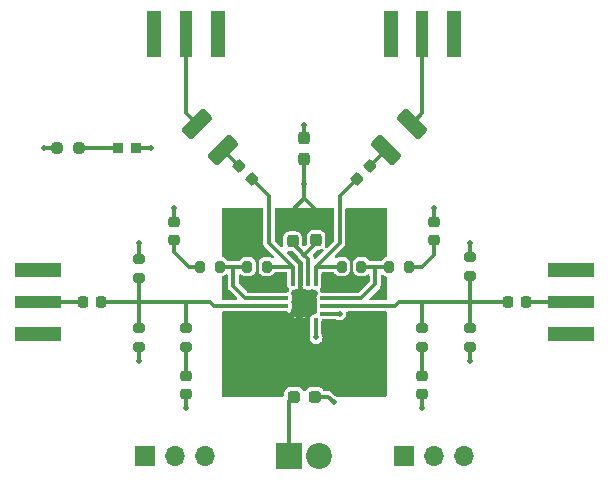
<source format=gbr>
%TF.GenerationSoftware,KiCad,Pcbnew,8.0.2*%
%TF.CreationDate,2025-01-07T09:10:32-03:00*%
%TF.ProjectId,LumiCom_Transmitter,4c756d69-436f-46d5-9f54-72616e736d69,rev?*%
%TF.SameCoordinates,Original*%
%TF.FileFunction,Copper,L1,Top*%
%TF.FilePolarity,Positive*%
%FSLAX46Y46*%
G04 Gerber Fmt 4.6, Leading zero omitted, Abs format (unit mm)*
G04 Created by KiCad (PCBNEW 8.0.2) date 2025-01-07 09:10:32*
%MOMM*%
%LPD*%
G01*
G04 APERTURE LIST*
G04 Aperture macros list*
%AMRoundRect*
0 Rectangle with rounded corners*
0 $1 Rounding radius*
0 $2 $3 $4 $5 $6 $7 $8 $9 X,Y pos of 4 corners*
0 Add a 4 corners polygon primitive as box body*
4,1,4,$2,$3,$4,$5,$6,$7,$8,$9,$2,$3,0*
0 Add four circle primitives for the rounded corners*
1,1,$1+$1,$2,$3*
1,1,$1+$1,$4,$5*
1,1,$1+$1,$6,$7*
1,1,$1+$1,$8,$9*
0 Add four rect primitives between the rounded corners*
20,1,$1+$1,$2,$3,$4,$5,0*
20,1,$1+$1,$4,$5,$6,$7,0*
20,1,$1+$1,$6,$7,$8,$9,0*
20,1,$1+$1,$8,$9,$2,$3,0*%
G04 Aperture macros list end*
%TA.AperFunction,SMDPad,CuDef*%
%ADD10RoundRect,0.225000X0.017678X-0.335876X0.335876X-0.017678X-0.017678X0.335876X-0.335876X0.017678X0*%
%TD*%
%TA.AperFunction,SMDPad,CuDef*%
%ADD11RoundRect,0.200000X-0.200000X-0.275000X0.200000X-0.275000X0.200000X0.275000X-0.200000X0.275000X0*%
%TD*%
%TA.AperFunction,SMDPad,CuDef*%
%ADD12RoundRect,0.225000X0.335876X0.017678X0.017678X0.335876X-0.335876X-0.017678X-0.017678X-0.335876X0*%
%TD*%
%TA.AperFunction,SMDPad,CuDef*%
%ADD13R,3.900000X1.200000*%
%TD*%
%TA.AperFunction,SMDPad,CuDef*%
%ADD14R,3.900000X1.000000*%
%TD*%
%TA.AperFunction,SMDPad,CuDef*%
%ADD15RoundRect,0.200000X-0.275000X0.200000X-0.275000X-0.200000X0.275000X-0.200000X0.275000X0.200000X0*%
%TD*%
%TA.AperFunction,ComponentPad*%
%ADD16R,1.700000X1.700000*%
%TD*%
%TA.AperFunction,ComponentPad*%
%ADD17O,1.700000X1.700000*%
%TD*%
%TA.AperFunction,SMDPad,CuDef*%
%ADD18RoundRect,0.237500X0.250000X0.237500X-0.250000X0.237500X-0.250000X-0.237500X0.250000X-0.237500X0*%
%TD*%
%TA.AperFunction,SMDPad,CuDef*%
%ADD19RoundRect,0.237500X0.237500X-0.300000X0.237500X0.300000X-0.237500X0.300000X-0.237500X-0.300000X0*%
%TD*%
%TA.AperFunction,SMDPad,CuDef*%
%ADD20RoundRect,0.225000X-0.250000X0.225000X-0.250000X-0.225000X0.250000X-0.225000X0.250000X0.225000X0*%
%TD*%
%TA.AperFunction,SMDPad,CuDef*%
%ADD21RoundRect,0.087500X-0.425000X-0.087500X0.425000X-0.087500X0.425000X0.087500X-0.425000X0.087500X0*%
%TD*%
%TA.AperFunction,SMDPad,CuDef*%
%ADD22RoundRect,0.087500X-0.087500X-0.425000X0.087500X-0.425000X0.087500X0.425000X-0.087500X0.425000X0*%
%TD*%
%TA.AperFunction,HeatsinkPad*%
%ADD23C,0.500000*%
%TD*%
%TA.AperFunction,HeatsinkPad*%
%ADD24R,2.100000X2.100000*%
%TD*%
%TA.AperFunction,SMDPad,CuDef*%
%ADD25RoundRect,0.237500X-0.287500X-0.237500X0.287500X-0.237500X0.287500X0.237500X-0.287500X0.237500X0*%
%TD*%
%TA.AperFunction,SMDPad,CuDef*%
%ADD26R,1.200000X3.900000*%
%TD*%
%TA.AperFunction,SMDPad,CuDef*%
%ADD27R,1.000000X3.900000*%
%TD*%
%TA.AperFunction,ComponentPad*%
%ADD28R,2.200000X2.200000*%
%TD*%
%TA.AperFunction,ComponentPad*%
%ADD29C,2.200000*%
%TD*%
%TA.AperFunction,SMDPad,CuDef*%
%ADD30RoundRect,0.200000X0.200000X0.275000X-0.200000X0.275000X-0.200000X-0.275000X0.200000X-0.275000X0*%
%TD*%
%TA.AperFunction,SMDPad,CuDef*%
%ADD31R,0.950000X0.950000*%
%TD*%
%TA.AperFunction,SMDPad,CuDef*%
%ADD32RoundRect,0.225000X-0.225000X-0.250000X0.225000X-0.250000X0.225000X0.250000X-0.225000X0.250000X0*%
%TD*%
%TA.AperFunction,SMDPad,CuDef*%
%ADD33RoundRect,0.225000X0.250000X-0.225000X0.250000X0.225000X-0.250000X0.225000X-0.250000X-0.225000X0*%
%TD*%
%TA.AperFunction,SMDPad,CuDef*%
%ADD34RoundRect,0.225000X0.225000X0.250000X-0.225000X0.250000X-0.225000X-0.250000X0.225000X-0.250000X0*%
%TD*%
%TA.AperFunction,SMDPad,CuDef*%
%ADD35RoundRect,0.250000X0.477297X-1.042983X1.042983X-0.477297X-0.477297X1.042983X-1.042983X0.477297X0*%
%TD*%
%TA.AperFunction,SMDPad,CuDef*%
%ADD36RoundRect,0.237500X-0.237500X0.300000X-0.237500X-0.300000X0.237500X-0.300000X0.237500X0.300000X0*%
%TD*%
%TA.AperFunction,SMDPad,CuDef*%
%ADD37RoundRect,0.250000X1.042983X0.477297X0.477297X1.042983X-1.042983X-0.477297X-0.477297X-1.042983X0*%
%TD*%
%TA.AperFunction,ViaPad*%
%ADD38C,0.500000*%
%TD*%
%TA.AperFunction,Conductor*%
%ADD39C,0.349300*%
%TD*%
G04 APERTURE END LIST*
D10*
%TO.P,C10,1*%
%TO.N,Net-(U1-OUTB)*%
X29451992Y27451992D03*
%TO.P,C10,2*%
%TO.N,Net-(C10-Pad2)*%
X30548008Y28548008D03*
%TD*%
D11*
%TO.P,R11,1*%
%TO.N,Net-(U1-INA-)*%
X20175000Y20000000D03*
%TO.P,R11,2*%
%TO.N,Net-(U1-OUTA)*%
X21825000Y20000000D03*
%TD*%
D12*
%TO.P,C9,1*%
%TO.N,Net-(U1-OUTA)*%
X20548008Y27451992D03*
%TO.P,C9,2*%
%TO.N,Net-(C9-Pad2)*%
X19451992Y28548008D03*
%TD*%
D13*
%TO.P,J2, 2*%
%TO.N,N/C*%
X47590000Y14300000D03*
X47590000Y19700000D03*
D14*
%TO.P,J2,1,In*%
%TO.N,Net-(J2-In)*%
X47590000Y17000000D03*
%TD*%
D15*
%TO.P,R3,1*%
%TO.N,Net-(U1-INB+)*%
X35000000Y14825000D03*
%TO.P,R3,2*%
%TO.N,Net-(C5-Pad2)*%
X35000000Y13175000D03*
%TD*%
D16*
%TO.P,JP_A1,1,A*%
%TO.N,VCC*%
X33475000Y4000000D03*
D17*
%TO.P,JP_A1,2,C*%
%TO.N,Net-(JP_A1-C)*%
X36015000Y4000000D03*
%TO.P,JP_A1,3,B*%
%TO.N,GND*%
X38554999Y4000000D03*
%TD*%
D18*
%TO.P,R6,1*%
%TO.N,Net-(D1-K)*%
X5912500Y30000000D03*
%TO.P,R6,2*%
%TO.N,GND*%
X4087500Y30000000D03*
%TD*%
D11*
%TO.P,R9,1*%
%TO.N,Net-(C8-Pad2)*%
X16175000Y20000000D03*
%TO.P,R9,2*%
%TO.N,Net-(U1-INA-)*%
X17825000Y20000000D03*
%TD*%
D19*
%TO.P,C2,1*%
%TO.N,VCC*%
X26000000Y22274998D03*
%TO.P,C2,2*%
%TO.N,GND*%
X26000000Y24000000D03*
%TD*%
D20*
%TO.P,C11,1*%
%TO.N,GND*%
X36000000Y23775000D03*
%TO.P,C11,2*%
%TO.N,Net-(C11-Pad2)*%
X36000000Y22225000D03*
%TD*%
D15*
%TO.P,R7,1*%
%TO.N,Net-(U1-INA+)*%
X15000000Y14825000D03*
%TO.P,R7,2*%
%TO.N,Net-(C6-Pad2)*%
X15000000Y13175000D03*
%TD*%
D21*
%TO.P,U1,1,NC*%
%TO.N,GND*%
X23137501Y17975000D03*
%TO.P,U1,2,INA-*%
%TO.N,Net-(U1-INA-)*%
X23137500Y17325000D03*
%TO.P,U1,3,INA+*%
%TO.N,Net-(U1-INA+)*%
X23137500Y16675000D03*
%TO.P,U1,4,GND*%
%TO.N,GND*%
X23137501Y16025000D03*
D22*
%TO.P,U1,5,NC*%
X24025000Y15137501D03*
%TO.P,U1,6,NC*%
X24675000Y15137500D03*
%TO.P,U1,7,VS-*%
X25325000Y15137500D03*
%TO.P,U1,8,A0*%
%TO.N,Net-(JP_A0-C)*%
X25975000Y15137501D03*
D21*
%TO.P,U1,9,A1*%
%TO.N,Net-(JP_A1-C)*%
X26862499Y16025000D03*
%TO.P,U1,10,INB+*%
%TO.N,Net-(U1-INB+)*%
X26862500Y16675000D03*
%TO.P,U1,11,INB-*%
%TO.N,Net-(U1-INB-)*%
X26862500Y17325000D03*
%TO.P,U1,12,NC*%
%TO.N,GND*%
X26862499Y17975000D03*
D22*
%TO.P,U1,13,OUTB*%
%TO.N,Net-(U1-OUTB)*%
X25975000Y18862499D03*
%TO.P,U1,14,VS+*%
%TO.N,VCC*%
X25325000Y18862500D03*
%TO.P,U1,15,NC*%
%TO.N,GND*%
X24675000Y18862500D03*
%TO.P,U1,16,OUTA*%
%TO.N,Net-(U1-OUTA)*%
X24025000Y18862499D03*
D23*
%TO.P,U1,17,EPAD*%
%TO.N,GND*%
X24200000Y17800000D03*
X24200000Y16200000D03*
X24200001Y17000000D03*
X25000000Y17799999D03*
X25000000Y17000000D03*
D24*
X25000000Y17000000D03*
D23*
X25000000Y16200001D03*
X25799999Y17000000D03*
X25800000Y17800000D03*
X25800000Y16200000D03*
%TD*%
D16*
%TO.P,JP_A0,1,A*%
%TO.N,GND*%
X11474999Y4000000D03*
D17*
%TO.P,JP_A0,2,C*%
%TO.N,Net-(JP_A0-C)*%
X14014999Y4000000D03*
%TO.P,JP_A0,3,B*%
%TO.N,VCC*%
X16554998Y4000000D03*
%TD*%
D25*
%TO.P,L1,1*%
%TO.N,Net-(J1-Pin_1)*%
X24125000Y9000000D03*
%TO.P,L1,2*%
%TO.N,VCC*%
X25875000Y9000000D03*
%TD*%
D26*
%TO.P,J5, 2*%
%TO.N,N/C*%
X17700000Y39700000D03*
X12300000Y39700000D03*
D27*
%TO.P,J5,1,In*%
%TO.N,Net-(J5-In)*%
X15000000Y39700000D03*
%TD*%
D13*
%TO.P,J3, 2*%
%TO.N,N/C*%
X2410000Y19700000D03*
X2410000Y14300000D03*
D14*
%TO.P,J3,1,In*%
%TO.N,Net-(J3-In)*%
X2410000Y17000000D03*
%TD*%
D28*
%TO.P,J1,1,Pin_1*%
%TO.N,Net-(J1-Pin_1)*%
X23730000Y4000000D03*
D29*
%TO.P,J1,2,Pin_2*%
%TO.N,GND*%
X26270000Y4000000D03*
%TD*%
D30*
%TO.P,R12,1*%
%TO.N,Net-(U1-INB-)*%
X29825000Y20000000D03*
%TO.P,R12,2*%
%TO.N,Net-(U1-OUTB)*%
X28175000Y20000000D03*
%TD*%
D31*
%TO.P,D1,1,K*%
%TO.N,Net-(D1-K)*%
X9250000Y30000000D03*
%TO.P,D1,2,A*%
%TO.N,VCC*%
X10750000Y30000000D03*
%TD*%
D19*
%TO.P,C7,1*%
%TO.N,VCC*%
X24000000Y22137499D03*
%TO.P,C7,2*%
%TO.N,GND*%
X24000000Y23862501D03*
%TD*%
D32*
%TO.P,C4,1*%
%TO.N,Net-(J3-In)*%
X6225000Y17000000D03*
%TO.P,C4,2*%
%TO.N,Net-(U1-INA+)*%
X7775000Y17000000D03*
%TD*%
D33*
%TO.P,C6,1*%
%TO.N,GND*%
X15000000Y9225000D03*
%TO.P,C6,2*%
%TO.N,Net-(C6-Pad2)*%
X15000000Y10775000D03*
%TD*%
D34*
%TO.P,C3,1*%
%TO.N,Net-(J2-In)*%
X43775000Y17000000D03*
%TO.P,C3,2*%
%TO.N,Net-(U1-INB+)*%
X42225000Y17000000D03*
%TD*%
D20*
%TO.P,C8,1*%
%TO.N,GND*%
X14000000Y23775000D03*
%TO.P,C8,2*%
%TO.N,Net-(C8-Pad2)*%
X14000000Y22225000D03*
%TD*%
D15*
%TO.P,R5,1*%
%TO.N,Net-(U1-INA+)*%
X11000000Y14825000D03*
%TO.P,R5,2*%
%TO.N,GND*%
X11000000Y13175000D03*
%TD*%
D35*
%TO.P,R14,1*%
%TO.N,Net-(C10-Pad2)*%
X31903984Y29903984D03*
%TO.P,R14,2*%
%TO.N,Net-(J4-In)*%
X34096016Y32096016D03*
%TD*%
D33*
%TO.P,C5,1*%
%TO.N,GND*%
X35000000Y9225000D03*
%TO.P,C5,2*%
%TO.N,Net-(C5-Pad2)*%
X35000000Y10775000D03*
%TD*%
D15*
%TO.P,R1,1*%
%TO.N,VCC*%
X39000000Y20825000D03*
%TO.P,R1,2*%
%TO.N,Net-(U1-INB+)*%
X39000000Y19175000D03*
%TD*%
%TO.P,R2,1*%
%TO.N,Net-(U1-INB+)*%
X39000000Y14825000D03*
%TO.P,R2,2*%
%TO.N,GND*%
X39000000Y13175000D03*
%TD*%
D36*
%TO.P,C1,1*%
%TO.N,VCC*%
X25000000Y30862501D03*
%TO.P,C1,2*%
%TO.N,GND*%
X25000000Y29137499D03*
%TD*%
D30*
%TO.P,R10,1*%
%TO.N,Net-(C11-Pad2)*%
X33825000Y20000000D03*
%TO.P,R10,2*%
%TO.N,Net-(U1-INB-)*%
X32175000Y20000000D03*
%TD*%
D15*
%TO.P,R4,1*%
%TO.N,VCC*%
X11000000Y20650000D03*
%TO.P,R4,2*%
%TO.N,Net-(U1-INA+)*%
X11000000Y19000000D03*
%TD*%
D37*
%TO.P,R13,1*%
%TO.N,Net-(C9-Pad2)*%
X18096016Y29903984D03*
%TO.P,R13,2*%
%TO.N,Net-(J5-In)*%
X15903984Y32096016D03*
%TD*%
D26*
%TO.P,J4, 2*%
%TO.N,N/C*%
X37700000Y39700000D03*
X32300000Y39700000D03*
D27*
%TO.P,J4,1,In*%
%TO.N,Net-(J4-In)*%
X35000000Y39700000D03*
%TD*%
D38*
%TO.N,GND*%
X29000000Y15000000D03*
X29000000Y13000000D03*
X23000000Y14000000D03*
X27000000Y14000000D03*
X26000000Y13000000D03*
X22000000Y10000000D03*
X28000000Y14000000D03*
X21000000Y13000000D03*
X21000000Y15000000D03*
X19000000Y11000000D03*
X19000000Y14000000D03*
X31000000Y24000000D03*
X21000000Y10000000D03*
X20000000Y14000000D03*
X20000000Y11000000D03*
X24000000Y11000000D03*
X20000000Y10000000D03*
X20000000Y12000000D03*
X11000000Y12000000D03*
X21000000Y24000000D03*
X15000000Y8000000D03*
X23000000Y13000000D03*
X22890000Y14890000D03*
X25000000Y14000000D03*
X20000000Y15000000D03*
X19000000Y13000000D03*
X28000000Y13000000D03*
X24000000Y13000000D03*
X28000000Y11000000D03*
X22000000Y15000000D03*
X23000000Y11000000D03*
X31000000Y14000000D03*
X26000000Y12000000D03*
X19000000Y12000000D03*
X30000000Y12000000D03*
X31000000Y13000000D03*
X22000000Y14000000D03*
X24000000Y12000000D03*
X35000000Y8000000D03*
X31000000Y10000000D03*
X19000000Y24000000D03*
X29000000Y14000000D03*
X14000000Y25000000D03*
X23000000Y12000000D03*
X29000000Y22000000D03*
X30000000Y13000000D03*
X19000000Y10000000D03*
X22000000Y12000000D03*
X19000000Y22000000D03*
X31000000Y22000000D03*
X36000000Y25000000D03*
X27000000Y13000000D03*
X25000000Y27000000D03*
X29000000Y10000000D03*
X22000000Y13000000D03*
X29000000Y11000000D03*
X19000000Y15000000D03*
X28000000Y15000000D03*
X28000000Y12000000D03*
X20000000Y13000000D03*
X26000000Y11000000D03*
X21000000Y12000000D03*
X39000000Y12000000D03*
X21000000Y14000000D03*
X22000000Y11000000D03*
X30000000Y11000000D03*
X27000000Y11000000D03*
X21000000Y22000000D03*
X29000000Y24000000D03*
X28000000Y10000000D03*
X31000000Y12000000D03*
X24000000Y14000000D03*
X31000000Y11000000D03*
X30000000Y15000000D03*
X29000000Y12000000D03*
X23000000Y10000000D03*
X30000000Y10000000D03*
X27000000Y10000000D03*
X3000000Y30000000D03*
X27000000Y12000000D03*
X30000000Y14000000D03*
X31000000Y15000000D03*
X21000000Y11000000D03*
%TO.N,VCC*%
X25000000Y32000000D03*
X12000000Y30000000D03*
X27500000Y8500000D03*
X11000000Y22000000D03*
X25000000Y21000000D03*
X39000000Y22000000D03*
%TO.N,Net-(JP_A0-C)*%
X26000000Y14000000D03*
%TO.N,Net-(JP_A1-C)*%
X28000000Y16000000D03*
%TD*%
D39*
%TO.N,Net-(U1-INA+)*%
X17000000Y17000000D02*
X15000000Y17000000D01*
X23137500Y16675000D02*
X17325000Y16675000D01*
X11000000Y14825000D02*
X11000000Y19000000D01*
X17325000Y16675000D02*
X17000000Y17000000D01*
X15000000Y17000000D02*
X7775000Y17000000D01*
X15000000Y14825000D02*
X15000000Y17000000D01*
%TO.N,GND*%
X36000000Y25000000D02*
X36000000Y23775000D01*
X25000000Y27000000D02*
X25000000Y29137499D01*
X24000000Y24775000D02*
X25000000Y25775000D01*
X14000000Y23775000D02*
X14000000Y25000000D01*
X39000000Y12000000D02*
X39000000Y13175000D01*
X24000000Y23775000D02*
X24000000Y24775000D01*
X4087500Y30000000D02*
X3000000Y30000000D01*
X25000000Y25775000D02*
X25000000Y27000000D01*
X25000000Y25775000D02*
X26000000Y24775000D01*
X26000000Y24775000D02*
X26000000Y23775000D01*
X35000000Y8000000D02*
X35000000Y9225000D01*
X15000000Y8000000D02*
X15000000Y9225000D01*
X11000000Y12000000D02*
X11000000Y13175000D01*
%TO.N,Net-(J3-In)*%
X6250000Y17000000D02*
X2410000Y17000000D01*
%TO.N,Net-(U1-OUTA)*%
X24025000Y19975000D02*
X24025000Y18862499D01*
X20548008Y27451992D02*
X22000000Y26000000D01*
X24000000Y20000000D02*
X24025000Y19975000D01*
X22000000Y22000000D02*
X24025000Y19975000D01*
X22000000Y26000000D02*
X22000000Y22000000D01*
X21825000Y20000000D02*
X24000000Y20000000D01*
%TO.N,Net-(U1-OUTB)*%
X25975000Y19975000D02*
X25975000Y18862499D01*
X28000000Y22000000D02*
X25975000Y19975000D01*
X28175000Y20000000D02*
X26000000Y20000000D01*
X28000000Y26000000D02*
X28000000Y22000000D01*
X26000000Y20000000D02*
X25975000Y19975000D01*
X29451992Y27451992D02*
X28000000Y26000000D01*
%TO.N,VCC*%
X27000000Y9000000D02*
X27500000Y8500000D01*
X25875000Y9000000D02*
X27000000Y9000000D01*
X11000000Y22000000D02*
X11000000Y20650000D01*
X25000000Y30862501D02*
X25000000Y32000000D01*
X25325000Y18862500D02*
X25325000Y20675000D01*
X26000000Y22000000D02*
X26000000Y22225000D01*
X39000000Y22000000D02*
X39000000Y20825000D01*
X12000000Y30000000D02*
X10750000Y30000000D01*
X24000000Y22000000D02*
X24000000Y22225000D01*
X25000000Y21000000D02*
X26000000Y22000000D01*
X25325000Y20675000D02*
X25000000Y21000000D01*
X25000000Y21000000D02*
X24000000Y22000000D01*
%TO.N,Net-(C9-Pad2)*%
X19451992Y28548008D02*
X18096016Y29903984D01*
%TO.N,Net-(C10-Pad2)*%
X30548008Y28548008D02*
X31903984Y29903984D01*
%TO.N,Net-(U1-INB+)*%
X26862500Y16675000D02*
X32675000Y16675000D01*
X35000000Y17000000D02*
X42225000Y17000000D01*
X32675000Y16675000D02*
X33000000Y17000000D01*
X39000000Y19175000D02*
X39000000Y14825000D01*
X35000000Y14825000D02*
X35000000Y17000000D01*
X33000000Y17000000D02*
X35000000Y17000000D01*
%TO.N,Net-(U1-INA-)*%
X23137500Y17325000D02*
X20000000Y17325000D01*
X19000000Y18325000D02*
X19000000Y20000000D01*
X20175000Y20000000D02*
X18000000Y20000000D01*
X20000000Y17325000D02*
X19000000Y18325000D01*
%TO.N,Net-(U1-INB-)*%
X29825000Y17325000D02*
X26862500Y17325000D01*
X31000000Y20000000D02*
X31000000Y18500000D01*
X29825000Y20000000D02*
X32175000Y20000000D01*
X31000000Y18500000D02*
X29825000Y17325000D01*
%TO.N,Net-(J4-In)*%
X34096016Y32096016D02*
X35000000Y33000000D01*
X35000000Y33000000D02*
X35000000Y39700000D01*
%TO.N,Net-(JP_A0-C)*%
X25975000Y14025000D02*
X25975000Y15137501D01*
X14014999Y4514999D02*
X14014999Y4000000D01*
X26000000Y14000000D02*
X25975000Y14025000D01*
%TO.N,Net-(C5-Pad2)*%
X35000000Y10775000D02*
X35000000Y13175000D01*
%TO.N,Net-(C6-Pad2)*%
X15000000Y10775000D02*
X15000000Y13175000D01*
%TO.N,Net-(J2-In)*%
X44000000Y17000000D02*
X47590000Y17000000D01*
%TO.N,Net-(J5-In)*%
X15000000Y33000000D02*
X15000000Y39700000D01*
X15903984Y32096016D02*
X15000000Y33000000D01*
%TO.N,Net-(JP_A1-C)*%
X27975000Y16025000D02*
X26862499Y16025000D01*
X28000000Y16000000D02*
X27975000Y16025000D01*
%TO.N,Net-(J1-Pin_1)*%
X23730000Y8605000D02*
X24125000Y9000000D01*
X23730000Y4000000D02*
X23730000Y8605000D01*
%TO.N,Net-(D1-K)*%
X9250000Y30000000D02*
X5912500Y30000000D01*
%TO.N,Net-(C8-Pad2)*%
X14000000Y21225000D02*
X14000000Y22225000D01*
X16175000Y20000000D02*
X15225000Y20000000D01*
X15225000Y20000000D02*
X14000000Y21225000D01*
%TO.N,Net-(C11-Pad2)*%
X35000000Y20000000D02*
X33825000Y20000000D01*
X36000000Y22225000D02*
X36000000Y21000000D01*
X36000000Y21000000D02*
X35000000Y20000000D01*
%TD*%
%TA.AperFunction,Conductor*%
%TO.N,GND*%
G36*
X23680994Y21304230D02*
G01*
X23720382Y21299499D01*
X23977175Y21299499D01*
X24044214Y21279814D01*
X24064856Y21263180D01*
X24440517Y20887520D01*
X24467397Y20847292D01*
X24515802Y20730432D01*
X24519139Y20722375D01*
X24607379Y20607379D01*
X24722375Y20519139D01*
X24773303Y20498045D01*
X24827705Y20454205D01*
X24849771Y20387912D01*
X24849850Y20383484D01*
X24849850Y19327355D01*
X24849500Y19318449D01*
X24849500Y18415831D01*
X24841782Y18389550D01*
X24841979Y18389510D01*
X24829048Y18324504D01*
X24877475Y18276077D01*
X24900278Y18244692D01*
X24919688Y18206599D01*
X24919693Y18206592D01*
X25006591Y18119694D01*
X25006595Y18119691D01*
X25006597Y18119689D01*
X25116107Y18063891D01*
X25116109Y18063891D01*
X25116111Y18063890D01*
X25143670Y18059526D01*
X25206967Y18049500D01*
X25303691Y18049501D01*
X25370728Y18029817D01*
X25394680Y18002176D01*
X25416048Y18030718D01*
X25470959Y18053925D01*
X25533893Y18063891D01*
X25593706Y18094368D01*
X25662373Y18107263D01*
X25706290Y18094369D01*
X25766107Y18063890D01*
X25766109Y18063890D01*
X25766111Y18063889D01*
X25856963Y18049499D01*
X25861819Y18049117D01*
X25861638Y18046828D01*
X25919555Y18029928D01*
X25940372Y18013181D01*
X26127238Y17826315D01*
X26160723Y17764992D01*
X26155739Y17695300D01*
X26127238Y17650953D01*
X26119693Y17643409D01*
X26119690Y17643405D01*
X26063889Y17533889D01*
X26053923Y17470962D01*
X26023994Y17407827D01*
X26002667Y17394548D01*
X26024765Y17378007D01*
X26049184Y17312543D01*
X26049500Y17303695D01*
X26049500Y17206964D01*
X26049501Y17206963D01*
X26063889Y17116112D01*
X26063890Y17116108D01*
X26094367Y17056294D01*
X26107263Y16987625D01*
X26094367Y16943706D01*
X26063889Y16883891D01*
X26049500Y16793034D01*
X26049500Y16696309D01*
X26029815Y16629270D01*
X26002175Y16605320D01*
X26030715Y16583956D01*
X26053923Y16529040D01*
X26063889Y16466112D01*
X26063890Y16466110D01*
X26063890Y16466109D01*
X26063891Y16466107D01*
X26086831Y16421085D01*
X26094367Y16406294D01*
X26107262Y16337625D01*
X26094367Y16293708D01*
X26063888Y16233889D01*
X26049498Y16143034D01*
X26049116Y16138170D01*
X26046867Y16138348D01*
X26029814Y16080271D01*
X26013180Y16059628D01*
X25940370Y15986819D01*
X25879046Y15953335D01*
X25861785Y15951465D01*
X25861831Y15950883D01*
X25856976Y15950501D01*
X25856969Y15950501D01*
X25856968Y15950500D01*
X25766107Y15936110D01*
X25660541Y15882322D01*
X25656595Y15880311D01*
X25656591Y15880308D01*
X25569693Y15793410D01*
X25569690Y15793406D01*
X25513889Y15683890D01*
X25499500Y15593035D01*
X25499500Y14681535D01*
X25499850Y14672664D01*
X25499850Y14255721D01*
X25490412Y14208270D01*
X25463669Y14143707D01*
X25444750Y14000001D01*
X25444750Y14000000D01*
X25463670Y13856292D01*
X25463671Y13856288D01*
X25519137Y13722378D01*
X25519138Y13722376D01*
X25519139Y13722375D01*
X25607379Y13607379D01*
X25722375Y13519139D01*
X25856291Y13463670D01*
X25983280Y13446952D01*
X25999999Y13444750D01*
X26000000Y13444750D01*
X26000001Y13444750D01*
X26014977Y13446722D01*
X26143709Y13463670D01*
X26277625Y13519139D01*
X26392621Y13607379D01*
X26480861Y13722375D01*
X26536330Y13856291D01*
X26555250Y14000000D01*
X26536330Y14143709D01*
X26480861Y14277625D01*
X26480861Y14277626D01*
X26475774Y14284255D01*
X26450580Y14349424D01*
X26450150Y14359741D01*
X26450150Y14672649D01*
X26450499Y14681545D01*
X26450499Y14681962D01*
X26450500Y14681968D01*
X26450499Y15425502D01*
X26470183Y15492540D01*
X26522987Y15538295D01*
X26574499Y15549501D01*
X27318456Y15549501D01*
X27327339Y15549850D01*
X27640260Y15549850D01*
X27707299Y15530165D01*
X27715748Y15524224D01*
X27722373Y15519140D01*
X27722374Y15519140D01*
X27722375Y15519139D01*
X27856291Y15463670D01*
X27983280Y15446952D01*
X27999999Y15444750D01*
X28000000Y15444750D01*
X28000001Y15444750D01*
X28014977Y15446722D01*
X28143709Y15463670D01*
X28277625Y15519139D01*
X28392621Y15607379D01*
X28480861Y15722375D01*
X28536330Y15856291D01*
X28555250Y16000000D01*
X28551425Y16029050D01*
X28547395Y16059664D01*
X28558160Y16128700D01*
X28604540Y16180956D01*
X28670334Y16199850D01*
X31876000Y16199850D01*
X31943039Y16180165D01*
X31988794Y16127361D01*
X32000000Y16075850D01*
X32000000Y9124000D01*
X31980315Y9056961D01*
X31927511Y9011206D01*
X31876000Y9000000D01*
X27756083Y9000000D01*
X27708631Y9009439D01*
X27682837Y9020123D01*
X27652710Y9032602D01*
X27612482Y9059482D01*
X27291750Y9380214D01*
X27291749Y9380215D01*
X27183401Y9442769D01*
X27183402Y9442769D01*
X27150455Y9451597D01*
X27062555Y9475150D01*
X27062552Y9475150D01*
X26719070Y9475150D01*
X26652031Y9494835D01*
X26620266Y9524225D01*
X26546500Y9621501D01*
X26428660Y9710861D01*
X26428658Y9710862D01*
X26291077Y9765117D01*
X26291076Y9765118D01*
X26291074Y9765118D01*
X26204619Y9775500D01*
X26204618Y9775500D01*
X25545382Y9775500D01*
X25545381Y9775500D01*
X25458925Y9765118D01*
X25458924Y9765118D01*
X25321339Y9710861D01*
X25203499Y9621501D01*
X25114139Y9503661D01*
X25109982Y9496266D01*
X25108048Y9497353D01*
X25072446Y9451597D01*
X25006537Y9428405D01*
X24938553Y9444528D01*
X24890078Y9494846D01*
X24886886Y9501837D01*
X24885860Y9503661D01*
X24796500Y9621501D01*
X24678660Y9710861D01*
X24678658Y9710862D01*
X24541077Y9765117D01*
X24541076Y9765118D01*
X24541074Y9765118D01*
X24454619Y9775500D01*
X24454618Y9775500D01*
X23795382Y9775500D01*
X23795381Y9775500D01*
X23708925Y9765118D01*
X23708924Y9765118D01*
X23571339Y9710861D01*
X23453499Y9621501D01*
X23364139Y9503661D01*
X23309882Y9366076D01*
X23309882Y9366075D01*
X23299500Y9279619D01*
X23299500Y9124000D01*
X23279815Y9056961D01*
X23227011Y9011206D01*
X23175500Y9000000D01*
X18124000Y9000000D01*
X18056961Y9019685D01*
X18011206Y9072489D01*
X18000000Y9124000D01*
X18000000Y15675497D01*
X24029048Y15675497D01*
X24029048Y15675496D01*
X24056420Y15664158D01*
X24199999Y15645254D01*
X24200001Y15645254D01*
X24343574Y15664157D01*
X24343578Y15664158D01*
X24370951Y15675497D01*
X24370950Y15675498D01*
X24829048Y15675498D01*
X24829048Y15675497D01*
X24856420Y15664159D01*
X24999999Y15645255D01*
X25000001Y15645255D01*
X25143574Y15664158D01*
X25143578Y15664159D01*
X25170951Y15675498D01*
X25000001Y15846448D01*
X24829048Y15675498D01*
X24370950Y15675498D01*
X24200001Y15846447D01*
X24029048Y15675497D01*
X18000000Y15675497D01*
X18000000Y16075850D01*
X18019685Y16142889D01*
X18072489Y16188644D01*
X18124000Y16199850D01*
X22672646Y16199850D01*
X22681554Y16199501D01*
X22681961Y16199501D01*
X22681967Y16199500D01*
X23536575Y16199501D01*
X23603614Y16179817D01*
X23649369Y16127013D01*
X23659514Y16091687D01*
X23664157Y16056422D01*
X23664157Y16056420D01*
X23675494Y16029050D01*
X23846447Y16200001D01*
X23846447Y16219891D01*
X24100000Y16219891D01*
X24100000Y16180109D01*
X24115224Y16143355D01*
X24143355Y16115224D01*
X24180109Y16100000D01*
X24219891Y16100000D01*
X24256645Y16115224D01*
X24284776Y16143355D01*
X24300000Y16180109D01*
X24300000Y16200000D01*
X24553553Y16200000D01*
X24553553Y16199999D01*
X24599998Y16153554D01*
X24646446Y16200002D01*
X24626556Y16219892D01*
X24900000Y16219892D01*
X24900000Y16180110D01*
X24915224Y16143356D01*
X24943355Y16115225D01*
X24980109Y16100001D01*
X25019891Y16100001D01*
X25056645Y16115225D01*
X25084776Y16143356D01*
X25100000Y16180110D01*
X25100000Y16200001D01*
X25353553Y16200001D01*
X25353553Y16200000D01*
X25399999Y16153554D01*
X25446446Y16200001D01*
X25426556Y16219891D01*
X25700000Y16219891D01*
X25700000Y16180109D01*
X25715224Y16143355D01*
X25743355Y16115224D01*
X25780109Y16100000D01*
X25819891Y16100000D01*
X25856645Y16115224D01*
X25884776Y16143355D01*
X25900000Y16180109D01*
X25900000Y16219891D01*
X25884776Y16256645D01*
X25856645Y16284776D01*
X25819891Y16300000D01*
X25780109Y16300000D01*
X25743355Y16284776D01*
X25715224Y16256645D01*
X25700000Y16219891D01*
X25426556Y16219891D01*
X25399999Y16246448D01*
X25353553Y16200001D01*
X25100000Y16200001D01*
X25100000Y16219892D01*
X25084776Y16256646D01*
X25056645Y16284777D01*
X25019891Y16300001D01*
X24980109Y16300001D01*
X24943355Y16284777D01*
X24915224Y16256646D01*
X24900000Y16219892D01*
X24626556Y16219892D01*
X24600000Y16246448D01*
X24553553Y16200000D01*
X24300000Y16200000D01*
X24300000Y16219891D01*
X24284776Y16256645D01*
X24256645Y16284776D01*
X24219891Y16300000D01*
X24180109Y16300000D01*
X24143355Y16284776D01*
X24115224Y16256645D01*
X24100000Y16219891D01*
X23846447Y16219891D01*
X23846447Y16221878D01*
X23839277Y16235008D01*
X23844261Y16304700D01*
X23872762Y16349047D01*
X23880306Y16356592D01*
X23880311Y16356597D01*
X23936109Y16466107D01*
X23946077Y16529043D01*
X23976004Y16592173D01*
X23991063Y16601551D01*
X24149219Y16601551D01*
X24156230Y16597323D01*
X24199999Y16553554D01*
X24246446Y16600001D01*
X24953553Y16600001D01*
X24999999Y16553555D01*
X25046445Y16600001D01*
X25753552Y16600001D01*
X25800000Y16553553D01*
X25843767Y16597322D01*
X25849267Y16600326D01*
X25844297Y16602596D01*
X25837819Y16608628D01*
X25800000Y16646447D01*
X25753552Y16600001D01*
X25046445Y16600001D01*
X25046446Y16600002D01*
X25000001Y16646447D01*
X24953553Y16600001D01*
X24246446Y16600001D01*
X24246447Y16600002D01*
X24200002Y16646447D01*
X24200001Y16646447D01*
X24162178Y16608626D01*
X24149219Y16601551D01*
X23991063Y16601551D01*
X23997332Y16605455D01*
X23975230Y16622001D01*
X23950815Y16687465D01*
X23950499Y16696309D01*
X23950499Y16793038D01*
X23936110Y16883889D01*
X23936109Y16883891D01*
X23936109Y16883893D01*
X23905631Y16943710D01*
X23892736Y17012374D01*
X23894943Y17019891D01*
X24100001Y17019891D01*
X24100001Y16980109D01*
X24115225Y16943355D01*
X24143356Y16915224D01*
X24180110Y16900000D01*
X24219892Y16900000D01*
X24256646Y16915224D01*
X24284777Y16943355D01*
X24300001Y16980109D01*
X24300001Y17000000D01*
X24553554Y17000000D01*
X24553554Y16999999D01*
X24599999Y16953554D01*
X24646446Y17000001D01*
X24626556Y17019891D01*
X24900000Y17019891D01*
X24900000Y16980109D01*
X24915224Y16943355D01*
X24943355Y16915224D01*
X24980109Y16900000D01*
X25019891Y16900000D01*
X25056645Y16915224D01*
X25084776Y16943355D01*
X25100000Y16980109D01*
X25100000Y17000000D01*
X25353553Y17000000D01*
X25353553Y16999999D01*
X25399998Y16953554D01*
X25446445Y17000001D01*
X25426555Y17019891D01*
X25699999Y17019891D01*
X25699999Y16980109D01*
X25715223Y16943355D01*
X25743354Y16915224D01*
X25780108Y16900000D01*
X25819890Y16900000D01*
X25856644Y16915224D01*
X25884775Y16943355D01*
X25899999Y16980109D01*
X25899999Y17019891D01*
X25884775Y17056645D01*
X25856644Y17084776D01*
X25819890Y17100000D01*
X25780108Y17100000D01*
X25743354Y17084776D01*
X25715223Y17056645D01*
X25699999Y17019891D01*
X25426555Y17019891D01*
X25399999Y17046447D01*
X25353553Y17000000D01*
X25100000Y17000000D01*
X25100000Y17019891D01*
X25084776Y17056645D01*
X25056645Y17084776D01*
X25019891Y17100000D01*
X24980109Y17100000D01*
X24943355Y17084776D01*
X24915224Y17056645D01*
X24900000Y17019891D01*
X24626556Y17019891D01*
X24600000Y17046447D01*
X24553554Y17000000D01*
X24300001Y17000000D01*
X24300001Y17019891D01*
X24284777Y17056645D01*
X24256646Y17084776D01*
X24219892Y17100000D01*
X24180110Y17100000D01*
X24143356Y17084776D01*
X24115225Y17056645D01*
X24100001Y17019891D01*
X23894943Y17019891D01*
X23905630Y17056289D01*
X23936109Y17116107D01*
X23950500Y17206967D01*
X23950499Y17303695D01*
X23970183Y17370731D01*
X23997823Y17394683D01*
X23991153Y17399676D01*
X24150732Y17399676D01*
X24155701Y17397407D01*
X24162180Y17391374D01*
X24200000Y17353554D01*
X24246446Y17400000D01*
X24953553Y17400000D01*
X24999999Y17353554D01*
X25046445Y17400000D01*
X25753552Y17400000D01*
X25799998Y17353554D01*
X25837816Y17391373D01*
X25850779Y17398452D01*
X25843769Y17402679D01*
X25800001Y17446447D01*
X25753552Y17400000D01*
X25046445Y17400000D01*
X25046446Y17400001D01*
X25000001Y17446446D01*
X24953553Y17400000D01*
X24246446Y17400000D01*
X24246447Y17400001D01*
X24200001Y17446447D01*
X24156229Y17402677D01*
X24150732Y17399676D01*
X23991153Y17399676D01*
X23969280Y17416051D01*
X23946075Y17470962D01*
X23936109Y17533893D01*
X23880311Y17643403D01*
X23880309Y17643405D01*
X23880306Y17643409D01*
X23872761Y17650954D01*
X23839276Y17712277D01*
X23844260Y17781969D01*
X23868632Y17819891D01*
X24100000Y17819891D01*
X24100000Y17780109D01*
X24115224Y17743355D01*
X24143355Y17715224D01*
X24180109Y17700000D01*
X24219891Y17700000D01*
X24256645Y17715224D01*
X24284776Y17743355D01*
X24300000Y17780109D01*
X24300000Y17800000D01*
X24553553Y17800000D01*
X24553553Y17799999D01*
X24599999Y17753553D01*
X24646446Y17800000D01*
X24626556Y17819890D01*
X24900000Y17819890D01*
X24900000Y17780108D01*
X24915224Y17743354D01*
X24943355Y17715223D01*
X24980109Y17699999D01*
X25019891Y17699999D01*
X25056645Y17715223D01*
X25084776Y17743354D01*
X25100000Y17780108D01*
X25100000Y17799999D01*
X25353553Y17799999D01*
X25353553Y17799998D01*
X25399998Y17753553D01*
X25446446Y17800001D01*
X25426556Y17819891D01*
X25700000Y17819891D01*
X25700000Y17780109D01*
X25715224Y17743355D01*
X25743355Y17715224D01*
X25780109Y17700000D01*
X25819891Y17700000D01*
X25856645Y17715224D01*
X25884776Y17743355D01*
X25900000Y17780109D01*
X25900000Y17819891D01*
X25884776Y17856645D01*
X25856645Y17884776D01*
X25819891Y17900000D01*
X25780109Y17900000D01*
X25743355Y17884776D01*
X25715224Y17856645D01*
X25700000Y17819891D01*
X25426556Y17819891D01*
X25402677Y17843770D01*
X25399673Y17849270D01*
X25397404Y17844299D01*
X25391374Y17837822D01*
X25353553Y17799999D01*
X25100000Y17799999D01*
X25100000Y17819890D01*
X25084776Y17856644D01*
X25056645Y17884775D01*
X25019891Y17899999D01*
X24980109Y17899999D01*
X24943355Y17884775D01*
X24915224Y17856644D01*
X24900000Y17819890D01*
X24626556Y17819890D01*
X24599999Y17846447D01*
X24553553Y17800000D01*
X24300000Y17800000D01*
X24300000Y17819891D01*
X24284776Y17856645D01*
X24256645Y17884776D01*
X24219891Y17900000D01*
X24180109Y17900000D01*
X24143355Y17884776D01*
X24115224Y17856645D01*
X24100000Y17819891D01*
X23868632Y17819891D01*
X23872761Y17826316D01*
X24059627Y18013181D01*
X24120950Y18046666D01*
X24138227Y18048524D01*
X24138181Y18049118D01*
X24143024Y18049500D01*
X24143032Y18049500D01*
X24188462Y18056695D01*
X24233888Y18063889D01*
X24233889Y18063889D01*
X24233890Y18063890D01*
X24233893Y18063890D01*
X24343403Y18119688D01*
X24430311Y18206596D01*
X24486109Y18316106D01*
X24500500Y18406966D01*
X24500499Y19318031D01*
X24500499Y19318033D01*
X24500499Y19318456D01*
X24500150Y19327339D01*
X24500150Y20037553D01*
X24500150Y20037555D01*
X24467769Y20158401D01*
X24405215Y20266749D01*
X24316749Y20355215D01*
X23578531Y21093433D01*
X23545046Y21154756D01*
X23550030Y21224448D01*
X23591902Y21280381D01*
X23657366Y21304798D01*
X23680994Y21304230D01*
G37*
%TD.AperFunction*%
%TA.AperFunction,Conductor*%
G36*
X21467889Y24980315D02*
G01*
X21513644Y24927511D01*
X21524850Y24876000D01*
X21524850Y22062555D01*
X21524850Y21937445D01*
X21557231Y21816599D01*
X21590112Y21759646D01*
X21619784Y21708253D01*
X21619786Y21708250D01*
X22410666Y20917370D01*
X22444151Y20856047D01*
X22439167Y20786355D01*
X22397295Y20730422D01*
X22331831Y20706005D01*
X22276514Y20718038D01*
X22275641Y20715697D01*
X22132486Y20769090D01*
X22132485Y20769091D01*
X22132483Y20769091D01*
X22072873Y20775500D01*
X22072863Y20775500D01*
X21577129Y20775500D01*
X21577123Y20775499D01*
X21517516Y20769092D01*
X21382671Y20718798D01*
X21382664Y20718794D01*
X21267455Y20632548D01*
X21267452Y20632545D01*
X21181206Y20517336D01*
X21181202Y20517329D01*
X21131282Y20383484D01*
X21130909Y20382483D01*
X21124500Y20322873D01*
X21124500Y20322866D01*
X21124500Y20322865D01*
X21124500Y19677130D01*
X21124501Y19677124D01*
X21130908Y19617517D01*
X21181202Y19482672D01*
X21181206Y19482665D01*
X21267452Y19367456D01*
X21267455Y19367453D01*
X21382664Y19281207D01*
X21382671Y19281203D01*
X21427618Y19264439D01*
X21517517Y19230909D01*
X21577127Y19224500D01*
X22072872Y19224501D01*
X22132483Y19230909D01*
X22267331Y19281204D01*
X22382546Y19367454D01*
X22463176Y19475162D01*
X22519109Y19517032D01*
X22562442Y19524850D01*
X23425850Y19524850D01*
X23492889Y19505165D01*
X23538644Y19452361D01*
X23549850Y19400850D01*
X23549850Y19327354D01*
X23549500Y19318448D01*
X23549500Y18406962D01*
X23563889Y18316111D01*
X23563889Y18316110D01*
X23563890Y18316107D01*
X23563891Y18316106D01*
X23619688Y18206597D01*
X23619690Y18206595D01*
X23619693Y18206591D01*
X23669581Y18156703D01*
X23703066Y18095380D01*
X23698082Y18025688D01*
X23696461Y18021570D01*
X23664158Y17943583D01*
X23664157Y17943579D01*
X23659514Y17908313D01*
X23631247Y17844417D01*
X23572922Y17805947D01*
X23536575Y17800500D01*
X22681543Y17800500D01*
X22672660Y17800150D01*
X20248175Y17800150D01*
X20181136Y17819835D01*
X20160494Y17836469D01*
X19511469Y18485495D01*
X19477984Y18546818D01*
X19475150Y18573176D01*
X19475150Y19226261D01*
X19494835Y19293300D01*
X19547639Y19339055D01*
X19616797Y19348999D01*
X19673460Y19325528D01*
X19683475Y19318031D01*
X19732668Y19281205D01*
X19732671Y19281203D01*
X19777618Y19264439D01*
X19867517Y19230909D01*
X19927127Y19224500D01*
X20422872Y19224501D01*
X20482483Y19230909D01*
X20617331Y19281204D01*
X20732546Y19367454D01*
X20818796Y19482669D01*
X20869091Y19617517D01*
X20875500Y19677127D01*
X20875499Y20322872D01*
X20869091Y20382483D01*
X20842340Y20454205D01*
X20818797Y20517329D01*
X20818793Y20517336D01*
X20732547Y20632545D01*
X20732544Y20632548D01*
X20617335Y20718794D01*
X20617328Y20718798D01*
X20482486Y20769090D01*
X20482485Y20769091D01*
X20482483Y20769091D01*
X20422873Y20775500D01*
X20422863Y20775500D01*
X19927129Y20775500D01*
X19927123Y20775499D01*
X19867516Y20769092D01*
X19732671Y20718798D01*
X19732664Y20718794D01*
X19617456Y20632548D01*
X19617455Y20632547D01*
X19617454Y20632546D01*
X19536823Y20524839D01*
X19480891Y20482968D01*
X19437558Y20475150D01*
X18562442Y20475150D01*
X18495403Y20494835D01*
X18463176Y20524838D01*
X18382546Y20632546D01*
X18301192Y20693448D01*
X18267335Y20718794D01*
X18267328Y20718798D01*
X18132483Y20769092D01*
X18110742Y20771429D01*
X18046192Y20798168D01*
X18006345Y20855562D01*
X18000000Y20894718D01*
X18000000Y24876000D01*
X18019685Y24943039D01*
X18072489Y24988794D01*
X18124000Y25000000D01*
X21400850Y25000000D01*
X21467889Y24980315D01*
G37*
%TD.AperFunction*%
%TA.AperFunction,Conductor*%
G36*
X31943039Y24980315D02*
G01*
X31988794Y24927511D01*
X32000000Y24876000D01*
X32000000Y20894718D01*
X31980315Y20827679D01*
X31927511Y20781924D01*
X31889255Y20771428D01*
X31867516Y20769091D01*
X31732671Y20718798D01*
X31732664Y20718794D01*
X31617456Y20632548D01*
X31617455Y20632547D01*
X31617454Y20632546D01*
X31536823Y20524839D01*
X31480891Y20482968D01*
X31437558Y20475150D01*
X30562442Y20475150D01*
X30495403Y20494835D01*
X30463176Y20524838D01*
X30382546Y20632546D01*
X30301192Y20693448D01*
X30267335Y20718794D01*
X30267328Y20718798D01*
X30132486Y20769090D01*
X30132485Y20769091D01*
X30132483Y20769091D01*
X30072873Y20775500D01*
X30072863Y20775500D01*
X29577129Y20775500D01*
X29577123Y20775499D01*
X29517516Y20769092D01*
X29382671Y20718798D01*
X29382664Y20718794D01*
X29267455Y20632548D01*
X29267452Y20632545D01*
X29181206Y20517336D01*
X29181202Y20517329D01*
X29131282Y20383484D01*
X29130909Y20382483D01*
X29124500Y20322873D01*
X29124500Y20322866D01*
X29124500Y20322865D01*
X29124500Y19677130D01*
X29124501Y19677124D01*
X29130908Y19617517D01*
X29181202Y19482672D01*
X29181206Y19482665D01*
X29267452Y19367456D01*
X29267455Y19367453D01*
X29382664Y19281207D01*
X29382671Y19281203D01*
X29427618Y19264439D01*
X29517517Y19230909D01*
X29577127Y19224500D01*
X30072872Y19224501D01*
X30132483Y19230909D01*
X30267331Y19281204D01*
X30326539Y19325528D01*
X30392002Y19349945D01*
X30460275Y19335094D01*
X30509681Y19285689D01*
X30524850Y19226261D01*
X30524850Y18748176D01*
X30505165Y18681137D01*
X30488531Y18660495D01*
X29664505Y17836469D01*
X29603182Y17802984D01*
X29576824Y17800150D01*
X27327354Y17800150D01*
X27318445Y17800500D01*
X26463424Y17800500D01*
X26396385Y17820185D01*
X26350630Y17872989D01*
X26340485Y17908316D01*
X26335843Y17943578D01*
X26335841Y17943583D01*
X26303538Y18021571D01*
X26296069Y18091040D01*
X26327344Y18153519D01*
X26330364Y18156650D01*
X26380311Y18206596D01*
X26436109Y18316106D01*
X26450500Y18406966D01*
X26450499Y19318031D01*
X26450499Y19318033D01*
X26450499Y19318456D01*
X26450150Y19327339D01*
X26450150Y19400850D01*
X26469835Y19467889D01*
X26522639Y19513644D01*
X26574150Y19524850D01*
X27437558Y19524850D01*
X27504597Y19505165D01*
X27536823Y19475163D01*
X27617454Y19367454D01*
X27640843Y19349945D01*
X27732664Y19281207D01*
X27732671Y19281203D01*
X27777618Y19264439D01*
X27867517Y19230909D01*
X27927127Y19224500D01*
X28422872Y19224501D01*
X28482483Y19230909D01*
X28617331Y19281204D01*
X28732546Y19367454D01*
X28818796Y19482669D01*
X28869091Y19617517D01*
X28875500Y19677127D01*
X28875499Y20322872D01*
X28869091Y20382483D01*
X28842340Y20454205D01*
X28818797Y20517329D01*
X28818793Y20517336D01*
X28732547Y20632545D01*
X28732544Y20632548D01*
X28617335Y20718794D01*
X28617328Y20718798D01*
X28482486Y20769090D01*
X28482485Y20769091D01*
X28482483Y20769091D01*
X28422873Y20775500D01*
X28422863Y20775500D01*
X27927129Y20775500D01*
X27927123Y20775499D01*
X27867516Y20769092D01*
X27724359Y20715697D01*
X27723486Y20718036D01*
X27668151Y20706006D01*
X27602690Y20730432D01*
X27560826Y20786371D01*
X27555851Y20856064D01*
X27589331Y20917368D01*
X28380215Y21708251D01*
X28442769Y21816599D01*
X28475150Y21937445D01*
X28475150Y22062555D01*
X28475150Y24876000D01*
X28494835Y24943039D01*
X28547639Y24988794D01*
X28599150Y25000000D01*
X31876000Y25000000D01*
X31943039Y24980315D01*
G37*
%TD.AperFunction*%
%TA.AperFunction,Conductor*%
G36*
X27467889Y24980315D02*
G01*
X27513644Y24927511D01*
X27524850Y24876000D01*
X27524850Y22248176D01*
X27505165Y22181137D01*
X27488531Y22160495D01*
X26920533Y21592498D01*
X26859210Y21559013D01*
X26789518Y21563997D01*
X26733585Y21605869D01*
X26709168Y21671333D01*
X26717497Y21725667D01*
X26765117Y21846421D01*
X26775500Y21932880D01*
X26775500Y22617116D01*
X26765117Y22703575D01*
X26710862Y22841156D01*
X26710860Y22841159D01*
X26621500Y22958999D01*
X26503660Y23048359D01*
X26503658Y23048360D01*
X26366077Y23102615D01*
X26366076Y23102616D01*
X26366074Y23102616D01*
X26279619Y23112998D01*
X26279618Y23112998D01*
X25720382Y23112998D01*
X25720381Y23112998D01*
X25633925Y23102616D01*
X25633924Y23102616D01*
X25496339Y23048359D01*
X25378499Y22958999D01*
X25289139Y22841159D01*
X25234882Y22703574D01*
X25234882Y22703573D01*
X25224500Y22617117D01*
X25224500Y21947827D01*
X25204815Y21880788D01*
X25188181Y21860145D01*
X25087680Y21759645D01*
X25026356Y21726161D01*
X24956665Y21731145D01*
X24912318Y21759646D01*
X24811819Y21860145D01*
X24778334Y21921468D01*
X24775500Y21947826D01*
X24775500Y22479618D01*
X24765117Y22566074D01*
X24765117Y22566075D01*
X24744989Y22617116D01*
X24710862Y22703657D01*
X24710860Y22703660D01*
X24621500Y22821500D01*
X24503660Y22910860D01*
X24503658Y22910861D01*
X24366077Y22965116D01*
X24366076Y22965117D01*
X24366074Y22965117D01*
X24279619Y22975499D01*
X24279618Y22975499D01*
X23720382Y22975499D01*
X23720381Y22975499D01*
X23633925Y22965117D01*
X23633924Y22965117D01*
X23496339Y22910860D01*
X23378499Y22821500D01*
X23289139Y22703660D01*
X23234882Y22566075D01*
X23234882Y22566074D01*
X23224500Y22479618D01*
X23224500Y22479617D01*
X23224500Y21795381D01*
X23228792Y21759645D01*
X23229230Y21755995D01*
X23217678Y21687087D01*
X23170705Y21635363D01*
X23103226Y21617246D01*
X23036663Y21638486D01*
X23018433Y21653531D01*
X22511469Y22160495D01*
X22477984Y22221818D01*
X22475150Y22248176D01*
X22475150Y24876000D01*
X22494835Y24943039D01*
X22547639Y24988794D01*
X22599150Y25000000D01*
X27400850Y25000000D01*
X27467889Y24980315D01*
G37*
%TD.AperFunction*%
%TD*%
%TA.AperFunction,NonConductor*%
G36*
X26618351Y21468946D02*
G01*
X26652973Y21408257D01*
X26649288Y21338485D01*
X26620000Y21291965D01*
X26008112Y20680077D01*
X25946789Y20646592D01*
X25877097Y20651576D01*
X25821164Y20693448D01*
X25800656Y20735664D01*
X25800150Y20737553D01*
X25800150Y20737555D01*
X25767769Y20858401D01*
X25728445Y20926512D01*
X25711974Y20994411D01*
X25734827Y21060438D01*
X25748153Y21076191D01*
X25896411Y21224448D01*
X26072642Y21400679D01*
X26133965Y21434164D01*
X26160323Y21436998D01*
X26279619Y21436998D01*
X26301232Y21439594D01*
X26366077Y21447381D01*
X26486830Y21495001D01*
X26556415Y21501282D01*
X26618351Y21468946D01*
G37*
%TD.AperFunction*%
%TA.AperFunction,NonConductor*%
G36*
X31673460Y19325528D02*
G01*
X31683475Y19318031D01*
X31732668Y19281205D01*
X31732671Y19281203D01*
X31777618Y19264439D01*
X31867517Y19230909D01*
X31889257Y19228572D01*
X31953805Y19201835D01*
X31993654Y19144443D01*
X32000000Y19105283D01*
X32000000Y17274150D01*
X31980315Y17207111D01*
X31927511Y17161356D01*
X31876000Y17150150D01*
X30621476Y17150150D01*
X30554437Y17169835D01*
X30508682Y17222639D01*
X30498738Y17291797D01*
X30527763Y17355353D01*
X30533795Y17361831D01*
X30953933Y17781969D01*
X31380215Y18208251D01*
X31442769Y18316599D01*
X31475150Y18437445D01*
X31475150Y18562555D01*
X31475150Y19226261D01*
X31494835Y19293300D01*
X31547639Y19339055D01*
X31616797Y19348999D01*
X31673460Y19325528D01*
G37*
%TD.AperFunction*%
%TA.AperFunction,NonConductor*%
G36*
X18460275Y19335094D02*
G01*
X18509681Y19285689D01*
X18524850Y19226261D01*
X18524850Y18387555D01*
X18524850Y18262445D01*
X18557231Y18141599D01*
X18619785Y18033251D01*
X19009633Y17643403D01*
X19291206Y17361831D01*
X19324691Y17300508D01*
X19319707Y17230817D01*
X19277836Y17174883D01*
X19212371Y17150466D01*
X19203525Y17150150D01*
X18124000Y17150150D01*
X18056961Y17169835D01*
X18011206Y17222639D01*
X18000000Y17274150D01*
X18000000Y19105283D01*
X18019685Y19172322D01*
X18072489Y19218077D01*
X18110748Y19228573D01*
X18132483Y19230909D01*
X18267331Y19281204D01*
X18326539Y19325528D01*
X18392002Y19349945D01*
X18460275Y19335094D01*
G37*
%TD.AperFunction*%
M02*

</source>
